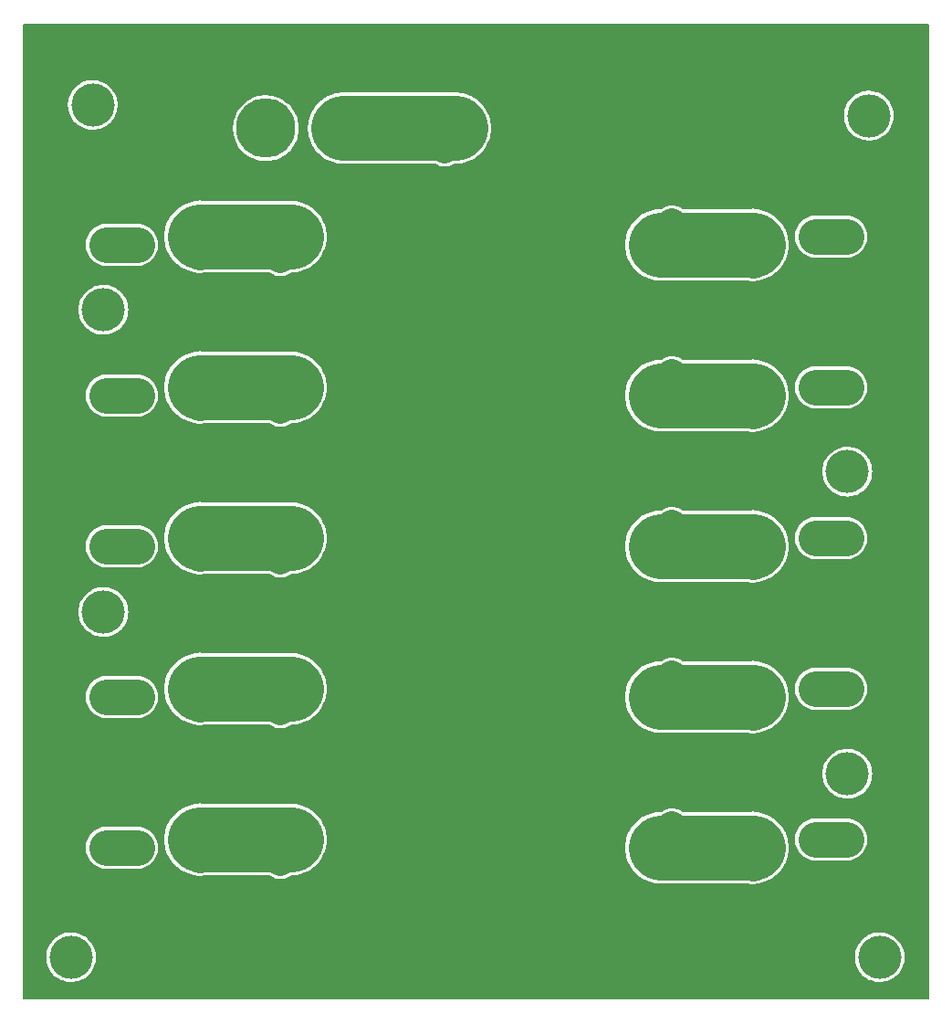
<source format=gbl>
G04 Layer: BottomLayer*
G04 EasyEDA v6.5.5, 2022-06-01 22:09:19*
G04 f343101900314467833159393b3af33e,c96cdaf6a0e44fa3bb1e134f2b5c86cb,10*
G04 Gerber Generator version 0.2*
G04 Scale: 100 percent, Rotated: No, Reflected: No *
G04 Dimensions in millimeters *
G04 leading zeros omitted , absolute positions ,4 integer and 5 decimal *
%FSLAX45Y45*%
%MOMM*%

%ADD14C,5.4991*%
%ADD15C,2.5400*%
%ADD16C,4.0000*%
%ADD17C,3.3020*%
%ADD18C,6.0000*%

%LPD*%
G36*
X60706Y-9093504D02*
G01*
X56794Y-9092692D01*
X53492Y-9090507D01*
X51308Y-9087205D01*
X50546Y-9083344D01*
X50546Y-60706D01*
X51308Y-56794D01*
X53492Y-53492D01*
X56794Y-51308D01*
X60706Y-50546D01*
X8448344Y-50546D01*
X8452205Y-51308D01*
X8455507Y-53492D01*
X8457692Y-56794D01*
X8458504Y-60706D01*
X8458504Y-9083344D01*
X8457692Y-9087205D01*
X8455507Y-9090507D01*
X8452205Y-9092692D01*
X8448344Y-9093504D01*
G37*

%LPC*%
G36*
X8005267Y-8930436D02*
G01*
X8026196Y-8929014D01*
X8046872Y-8925661D01*
X8067243Y-8920480D01*
X8087004Y-8913469D01*
X8106054Y-8904630D01*
X8124190Y-8894165D01*
X8141360Y-8882075D01*
X8157311Y-8868460D01*
X8171992Y-8853474D01*
X8185251Y-8837168D01*
X8196935Y-8819743D01*
X8206994Y-8801354D01*
X8215375Y-8782100D01*
X8221929Y-8762187D01*
X8226704Y-8741765D01*
X8229549Y-8720937D01*
X8230514Y-8700008D01*
X8229549Y-8679027D01*
X8226704Y-8658250D01*
X8221929Y-8637828D01*
X8215375Y-8617864D01*
X8206994Y-8598662D01*
X8196935Y-8580221D01*
X8185251Y-8562848D01*
X8171992Y-8546541D01*
X8157311Y-8531555D01*
X8141360Y-8517940D01*
X8124190Y-8505850D01*
X8106054Y-8495334D01*
X8087004Y-8486546D01*
X8067243Y-8479536D01*
X8046872Y-8474303D01*
X8026196Y-8471001D01*
X8005267Y-8469579D01*
X7984286Y-8470036D01*
X7963408Y-8472424D01*
X7942884Y-8476691D01*
X7922818Y-8482838D01*
X7903362Y-8490712D01*
X7884769Y-8500364D01*
X7867091Y-8511692D01*
X7850479Y-8524544D01*
X7835188Y-8538870D01*
X7821218Y-8554516D01*
X7808722Y-8571382D01*
X7797800Y-8589314D01*
X7788605Y-8608161D01*
X7781137Y-8627770D01*
X7775448Y-8647988D01*
X7771638Y-8668613D01*
X7769758Y-8689492D01*
X7769758Y-8710472D01*
X7771638Y-8731402D01*
X7775448Y-8752027D01*
X7781137Y-8772245D01*
X7788605Y-8791854D01*
X7797800Y-8810650D01*
X7808722Y-8828582D01*
X7821218Y-8845448D01*
X7835188Y-8861094D01*
X7850479Y-8875420D01*
X7867091Y-8888323D01*
X7884769Y-8899601D01*
X7903362Y-8909253D01*
X7922818Y-8917178D01*
X7942884Y-8923324D01*
X7963408Y-8927592D01*
X7984286Y-8929979D01*
G37*
G36*
X505256Y-8930436D02*
G01*
X526186Y-8929014D01*
X546912Y-8925661D01*
X567232Y-8920480D01*
X586994Y-8913469D01*
X606044Y-8904630D01*
X624230Y-8894165D01*
X641350Y-8882075D01*
X657301Y-8868460D01*
X671982Y-8853474D01*
X685241Y-8837168D01*
X696925Y-8819743D01*
X707034Y-8801354D01*
X715365Y-8782100D01*
X721969Y-8762187D01*
X726694Y-8741765D01*
X729538Y-8720937D01*
X730504Y-8700008D01*
X729538Y-8679027D01*
X726694Y-8658250D01*
X721969Y-8637828D01*
X715365Y-8617864D01*
X707034Y-8598662D01*
X696925Y-8580221D01*
X685241Y-8562848D01*
X671982Y-8546541D01*
X657301Y-8531555D01*
X641350Y-8517940D01*
X624230Y-8505850D01*
X606044Y-8495334D01*
X586994Y-8486546D01*
X567232Y-8479536D01*
X546912Y-8474303D01*
X526186Y-8471001D01*
X505256Y-8469579D01*
X484276Y-8470036D01*
X463448Y-8472424D01*
X442874Y-8476691D01*
X422808Y-8482838D01*
X403402Y-8490712D01*
X384759Y-8500364D01*
X367080Y-8511692D01*
X350520Y-8524544D01*
X335178Y-8538870D01*
X321208Y-8554516D01*
X308711Y-8571382D01*
X297789Y-8589314D01*
X288594Y-8608161D01*
X281127Y-8627770D01*
X275437Y-8647988D01*
X271627Y-8668613D01*
X269748Y-8689492D01*
X269748Y-8710472D01*
X271627Y-8731402D01*
X275437Y-8752027D01*
X281127Y-8772245D01*
X288594Y-8791854D01*
X297789Y-8810650D01*
X308711Y-8828582D01*
X321208Y-8845448D01*
X335178Y-8861094D01*
X350520Y-8875420D01*
X367080Y-8888323D01*
X384759Y-8899601D01*
X403402Y-8909253D01*
X422808Y-8917178D01*
X442874Y-8923324D01*
X463448Y-8927592D01*
X484276Y-8929979D01*
G37*
G36*
X6824980Y-8021269D02*
G01*
X6844182Y-8020354D01*
X6863181Y-8017509D01*
X6881774Y-8012887D01*
X6891528Y-8009483D01*
X6900316Y-8007807D01*
X6924700Y-8001101D01*
X6948525Y-7992516D01*
X6971639Y-7982203D01*
X6993890Y-7970062D01*
X7015124Y-7956346D01*
X7035292Y-7940954D01*
X7054189Y-7924139D01*
X7071715Y-7905902D01*
X7087819Y-7886344D01*
X7102398Y-7865668D01*
X7115352Y-7843875D01*
X7126579Y-7821218D01*
X7136028Y-7797698D01*
X7143699Y-7773568D01*
X7149439Y-7748930D01*
X7153300Y-7723886D01*
X7155230Y-7698638D01*
X7155230Y-7673340D01*
X7153300Y-7648092D01*
X7149439Y-7623098D01*
X7143699Y-7598409D01*
X7136028Y-7574280D01*
X7126579Y-7550810D01*
X7115352Y-7528102D01*
X7102398Y-7506360D01*
X7087819Y-7485634D01*
X7071715Y-7466126D01*
X7054189Y-7447889D01*
X7035292Y-7431024D01*
X7015124Y-7415682D01*
X6993890Y-7401915D01*
X6971639Y-7389825D01*
X6948525Y-7379462D01*
X6924700Y-7370927D01*
X6900316Y-7364171D01*
X6890054Y-7362088D01*
X6881774Y-7359142D01*
X6863181Y-7354468D01*
X6844182Y-7351623D01*
X6824980Y-7350709D01*
X6805828Y-7351623D01*
X6786829Y-7354468D01*
X6781495Y-7355484D01*
X6178194Y-7355484D01*
X6174994Y-7354976D01*
X6172047Y-7353401D01*
X6164072Y-7347356D01*
X6149492Y-7338568D01*
X6133998Y-7331405D01*
X6117844Y-7325969D01*
X6101181Y-7322312D01*
X6084214Y-7320432D01*
X6067196Y-7320432D01*
X6050229Y-7322312D01*
X6033566Y-7325969D01*
X6017412Y-7331405D01*
X6001918Y-7338568D01*
X5987338Y-7347356D01*
X5979312Y-7353401D01*
X5976416Y-7354976D01*
X5973165Y-7355484D01*
X5969203Y-7355484D01*
X5943701Y-7356449D01*
X5918555Y-7359396D01*
X5893714Y-7364171D01*
X5869279Y-7370927D01*
X5845454Y-7379462D01*
X5822340Y-7389825D01*
X5800090Y-7401915D01*
X5778855Y-7415682D01*
X5758738Y-7431024D01*
X5739841Y-7447889D01*
X5722264Y-7466126D01*
X5706160Y-7485634D01*
X5691581Y-7506360D01*
X5678678Y-7528102D01*
X5667400Y-7550810D01*
X5657951Y-7574280D01*
X5650331Y-7598409D01*
X5644540Y-7623098D01*
X5640679Y-7648092D01*
X5638749Y-7673340D01*
X5638749Y-7698638D01*
X5640679Y-7723886D01*
X5644540Y-7748930D01*
X5650331Y-7773568D01*
X5657951Y-7797698D01*
X5667400Y-7821218D01*
X5678678Y-7843875D01*
X5691581Y-7865668D01*
X5706160Y-7886344D01*
X5722264Y-7905902D01*
X5739841Y-7924139D01*
X5758738Y-7940954D01*
X5778855Y-7956346D01*
X5800090Y-7970062D01*
X5822340Y-7982203D01*
X5845454Y-7992516D01*
X5869279Y-8001101D01*
X5893714Y-8007807D01*
X5918555Y-8012633D01*
X5943701Y-8015528D01*
X5969203Y-8016494D01*
X6781495Y-8016494D01*
X6786829Y-8017509D01*
X6805828Y-8020354D01*
G37*
G36*
X2434996Y-7975346D02*
G01*
X2452014Y-7975346D01*
X2468981Y-7973517D01*
X2485644Y-7969859D01*
X2501798Y-7964424D01*
X2517292Y-7957261D01*
X2531872Y-7948472D01*
X2540203Y-7942122D01*
X2542895Y-7940649D01*
X2545943Y-7940090D01*
X2565298Y-7939328D01*
X2590444Y-7936433D01*
X2615285Y-7931607D01*
X2639720Y-7924901D01*
X2663545Y-7916316D01*
X2686659Y-7906003D01*
X2708910Y-7893862D01*
X2730144Y-7880146D01*
X2750261Y-7864754D01*
X2769158Y-7847939D01*
X2786735Y-7829702D01*
X2802839Y-7810144D01*
X2817418Y-7789468D01*
X2830322Y-7767675D01*
X2841599Y-7745018D01*
X2851048Y-7721498D01*
X2858668Y-7697368D01*
X2864459Y-7672730D01*
X2868320Y-7647686D01*
X2870250Y-7622438D01*
X2870250Y-7597140D01*
X2868320Y-7571892D01*
X2864459Y-7546898D01*
X2858668Y-7522209D01*
X2851048Y-7498080D01*
X2841599Y-7474610D01*
X2830322Y-7451902D01*
X2817418Y-7430160D01*
X2802839Y-7409434D01*
X2786735Y-7389926D01*
X2769158Y-7371689D01*
X2750261Y-7354824D01*
X2730144Y-7339482D01*
X2708910Y-7325715D01*
X2686659Y-7313625D01*
X2663545Y-7303262D01*
X2639720Y-7294727D01*
X2615285Y-7287971D01*
X2590444Y-7283196D01*
X2565298Y-7280249D01*
X2539796Y-7279284D01*
X1737715Y-7279284D01*
X1732381Y-7278268D01*
X1713382Y-7275423D01*
X1694180Y-7274509D01*
X1675028Y-7275423D01*
X1656029Y-7278268D01*
X1637436Y-7282942D01*
X1627682Y-7286294D01*
X1618894Y-7287971D01*
X1594459Y-7294727D01*
X1570634Y-7303262D01*
X1547571Y-7313625D01*
X1525320Y-7325715D01*
X1504035Y-7339482D01*
X1483918Y-7354824D01*
X1465021Y-7371689D01*
X1447444Y-7389926D01*
X1431340Y-7409434D01*
X1416812Y-7430160D01*
X1403858Y-7451902D01*
X1392631Y-7474610D01*
X1383131Y-7498080D01*
X1375511Y-7522209D01*
X1369771Y-7546898D01*
X1365859Y-7571892D01*
X1363929Y-7597140D01*
X1363929Y-7622438D01*
X1365859Y-7647686D01*
X1369771Y-7672730D01*
X1375511Y-7697368D01*
X1383131Y-7721498D01*
X1392631Y-7745018D01*
X1403858Y-7767675D01*
X1416812Y-7789468D01*
X1431340Y-7810144D01*
X1447444Y-7829702D01*
X1465021Y-7847939D01*
X1483918Y-7864754D01*
X1504035Y-7880146D01*
X1525320Y-7893862D01*
X1547571Y-7906003D01*
X1570634Y-7916316D01*
X1594459Y-7924901D01*
X1618894Y-7931607D01*
X1629156Y-7933690D01*
X1637436Y-7936687D01*
X1656029Y-7941309D01*
X1675028Y-7944154D01*
X1694180Y-7945069D01*
X1713382Y-7944154D01*
X1732381Y-7941309D01*
X1737715Y-7940294D01*
X2340965Y-7940294D01*
X2344216Y-7940852D01*
X2347112Y-7942376D01*
X2355138Y-7948472D01*
X2369718Y-7957261D01*
X2385212Y-7964424D01*
X2401366Y-7969859D01*
X2418029Y-7973517D01*
G37*
G36*
X830834Y-7881620D02*
G01*
X1109726Y-7881620D01*
X1129182Y-7880654D01*
X1148181Y-7877809D01*
X1166774Y-7873187D01*
X1184859Y-7866684D01*
X1202182Y-7858506D01*
X1218641Y-7848650D01*
X1234084Y-7837170D01*
X1248308Y-7824317D01*
X1261211Y-7810093D01*
X1272641Y-7794650D01*
X1282496Y-7778191D01*
X1290726Y-7760868D01*
X1297178Y-7742783D01*
X1301851Y-7724140D01*
X1304645Y-7705191D01*
X1305610Y-7685989D01*
X1304645Y-7666837D01*
X1301851Y-7647838D01*
X1297178Y-7629245D01*
X1290726Y-7611160D01*
X1282496Y-7593787D01*
X1272641Y-7577328D01*
X1261211Y-7561935D01*
X1248308Y-7547711D01*
X1234084Y-7534808D01*
X1218641Y-7523378D01*
X1202182Y-7513523D01*
X1184859Y-7505293D01*
X1166774Y-7498842D01*
X1148181Y-7494168D01*
X1129182Y-7491323D01*
X1109726Y-7490409D01*
X830834Y-7490409D01*
X811428Y-7491323D01*
X792429Y-7494168D01*
X773836Y-7498842D01*
X755751Y-7505293D01*
X738378Y-7513523D01*
X721918Y-7523378D01*
X706526Y-7534808D01*
X692302Y-7547711D01*
X679399Y-7561935D01*
X667969Y-7577328D01*
X658114Y-7593787D01*
X649884Y-7611160D01*
X643432Y-7629245D01*
X638759Y-7647838D01*
X635965Y-7666837D01*
X635000Y-7685989D01*
X635965Y-7705191D01*
X638759Y-7724140D01*
X643432Y-7742783D01*
X649884Y-7760868D01*
X658114Y-7778191D01*
X667969Y-7794650D01*
X679399Y-7810093D01*
X692302Y-7824317D01*
X706526Y-7837170D01*
X721918Y-7848650D01*
X738378Y-7858506D01*
X755751Y-7866684D01*
X773836Y-7873187D01*
X792429Y-7877809D01*
X811428Y-7880654D01*
G37*
G36*
X7409434Y-7805420D02*
G01*
X7688325Y-7805420D01*
X7707782Y-7804454D01*
X7726781Y-7801609D01*
X7745374Y-7796987D01*
X7763459Y-7790484D01*
X7780781Y-7782306D01*
X7797241Y-7772450D01*
X7812684Y-7760970D01*
X7826908Y-7748117D01*
X7839811Y-7733893D01*
X7851241Y-7718450D01*
X7861096Y-7701991D01*
X7869326Y-7684668D01*
X7875778Y-7666583D01*
X7880451Y-7647940D01*
X7883245Y-7628991D01*
X7884210Y-7609789D01*
X7883245Y-7590637D01*
X7880451Y-7571638D01*
X7875778Y-7553045D01*
X7869326Y-7534960D01*
X7861096Y-7517587D01*
X7851241Y-7501128D01*
X7839811Y-7485735D01*
X7826908Y-7471511D01*
X7812684Y-7458608D01*
X7797241Y-7447178D01*
X7780781Y-7437323D01*
X7763459Y-7429093D01*
X7745374Y-7422642D01*
X7726781Y-7417968D01*
X7707782Y-7415123D01*
X7688325Y-7414209D01*
X7409434Y-7414209D01*
X7390028Y-7415123D01*
X7371029Y-7417968D01*
X7352436Y-7422642D01*
X7334351Y-7429093D01*
X7316978Y-7437323D01*
X7300518Y-7447178D01*
X7285126Y-7458608D01*
X7270902Y-7471511D01*
X7257999Y-7485735D01*
X7246569Y-7501128D01*
X7236714Y-7517587D01*
X7228484Y-7534960D01*
X7222032Y-7553045D01*
X7217359Y-7571638D01*
X7214565Y-7590637D01*
X7213600Y-7609789D01*
X7214565Y-7628991D01*
X7217359Y-7647940D01*
X7222032Y-7666583D01*
X7228484Y-7684668D01*
X7236714Y-7701991D01*
X7246569Y-7718450D01*
X7257999Y-7733893D01*
X7270902Y-7748117D01*
X7285126Y-7760970D01*
X7300518Y-7772450D01*
X7316978Y-7782306D01*
X7334351Y-7790484D01*
X7352436Y-7796987D01*
X7371029Y-7801609D01*
X7390028Y-7804454D01*
G37*
G36*
X7705242Y-7230414D02*
G01*
X7726172Y-7228992D01*
X7746898Y-7225690D01*
X7767218Y-7220458D01*
X7786979Y-7213447D01*
X7806029Y-7204659D01*
X7824216Y-7194143D01*
X7841335Y-7182053D01*
X7857337Y-7168438D01*
X7871968Y-7153452D01*
X7885226Y-7137196D01*
X7896961Y-7119772D01*
X7907020Y-7101382D01*
X7915351Y-7082129D01*
X7921955Y-7062165D01*
X7926679Y-7041743D01*
X7929524Y-7020966D01*
X7930489Y-6999986D01*
X7929524Y-6979056D01*
X7926679Y-6958279D01*
X7921955Y-6937806D01*
X7915351Y-6917893D01*
X7907020Y-6898640D01*
X7896961Y-6880250D01*
X7885226Y-6862825D01*
X7871968Y-6846570D01*
X7857337Y-6831533D01*
X7841335Y-6817918D01*
X7824216Y-6805828D01*
X7806029Y-6795363D01*
X7786979Y-6786575D01*
X7767218Y-6779514D01*
X7746898Y-6774332D01*
X7726172Y-6770979D01*
X7705242Y-6769557D01*
X7684262Y-6770065D01*
X7663434Y-6772402D01*
X7642859Y-6776720D01*
X7622794Y-6782816D01*
X7603388Y-6790740D01*
X7584744Y-6800392D01*
X7567066Y-6811670D01*
X7550505Y-6824573D01*
X7535164Y-6838899D01*
X7521194Y-6854545D01*
X7508697Y-6871411D01*
X7497825Y-6889343D01*
X7488580Y-6908190D01*
X7481112Y-6927799D01*
X7475474Y-6947966D01*
X7471664Y-6968591D01*
X7469733Y-6989521D01*
X7469733Y-7010501D01*
X7471664Y-7031380D01*
X7475474Y-7052005D01*
X7481112Y-7072223D01*
X7488580Y-7091832D01*
X7497825Y-7110679D01*
X7508697Y-7128611D01*
X7521194Y-7145477D01*
X7535164Y-7161123D01*
X7550505Y-7175449D01*
X7567066Y-7188301D01*
X7584744Y-7199630D01*
X7603388Y-7209281D01*
X7622794Y-7217206D01*
X7642859Y-7223302D01*
X7663434Y-7227570D01*
X7684262Y-7229957D01*
G37*
G36*
X6824980Y-6624269D02*
G01*
X6844182Y-6623354D01*
X6863181Y-6620509D01*
X6881774Y-6615887D01*
X6891528Y-6612483D01*
X6900316Y-6610807D01*
X6924700Y-6604101D01*
X6948525Y-6595516D01*
X6971639Y-6585203D01*
X6993890Y-6573062D01*
X7015124Y-6559346D01*
X7035292Y-6543954D01*
X7054189Y-6527139D01*
X7071715Y-6508902D01*
X7087819Y-6489344D01*
X7102398Y-6468668D01*
X7115352Y-6446875D01*
X7126579Y-6424218D01*
X7136028Y-6400698D01*
X7143699Y-6376568D01*
X7149439Y-6351930D01*
X7153300Y-6326886D01*
X7155230Y-6301638D01*
X7155230Y-6276340D01*
X7153300Y-6251092D01*
X7149439Y-6226098D01*
X7143699Y-6201410D01*
X7136028Y-6177280D01*
X7126579Y-6153810D01*
X7115352Y-6131102D01*
X7102398Y-6109360D01*
X7087819Y-6088634D01*
X7071715Y-6069126D01*
X7054189Y-6050889D01*
X7035292Y-6034024D01*
X7015124Y-6018682D01*
X6993890Y-6004915D01*
X6971639Y-5992825D01*
X6948525Y-5982462D01*
X6924700Y-5973927D01*
X6900316Y-5967171D01*
X6890054Y-5965088D01*
X6881774Y-5962142D01*
X6863181Y-5957468D01*
X6844182Y-5954623D01*
X6824980Y-5953709D01*
X6805828Y-5954623D01*
X6786829Y-5957468D01*
X6781495Y-5958484D01*
X6178194Y-5958484D01*
X6174994Y-5957976D01*
X6172047Y-5956401D01*
X6164072Y-5950356D01*
X6149492Y-5941568D01*
X6133998Y-5934405D01*
X6117844Y-5928969D01*
X6101181Y-5925312D01*
X6084214Y-5923432D01*
X6067196Y-5923432D01*
X6050229Y-5925312D01*
X6033566Y-5928969D01*
X6017412Y-5934405D01*
X6001918Y-5941568D01*
X5987338Y-5950356D01*
X5979312Y-5956401D01*
X5976416Y-5957976D01*
X5973165Y-5958484D01*
X5969203Y-5958484D01*
X5943701Y-5959449D01*
X5918555Y-5962396D01*
X5893714Y-5967171D01*
X5869279Y-5973927D01*
X5845454Y-5982462D01*
X5822340Y-5992825D01*
X5800090Y-6004915D01*
X5778855Y-6018682D01*
X5758738Y-6034024D01*
X5739841Y-6050889D01*
X5722264Y-6069126D01*
X5706160Y-6088634D01*
X5691581Y-6109360D01*
X5678678Y-6131102D01*
X5667400Y-6153810D01*
X5657951Y-6177280D01*
X5650331Y-6201410D01*
X5644540Y-6226098D01*
X5640679Y-6251092D01*
X5638749Y-6276340D01*
X5638749Y-6301638D01*
X5640679Y-6326886D01*
X5644540Y-6351930D01*
X5650331Y-6376568D01*
X5657951Y-6400698D01*
X5667400Y-6424218D01*
X5678678Y-6446875D01*
X5691581Y-6468668D01*
X5706160Y-6489344D01*
X5722264Y-6508902D01*
X5739841Y-6527139D01*
X5758738Y-6543954D01*
X5778855Y-6559346D01*
X5800090Y-6573062D01*
X5822340Y-6585203D01*
X5845454Y-6595516D01*
X5869279Y-6604101D01*
X5893714Y-6610807D01*
X5918555Y-6615633D01*
X5943701Y-6618528D01*
X5969203Y-6619494D01*
X6781495Y-6619494D01*
X6786829Y-6620509D01*
X6805828Y-6623354D01*
G37*
G36*
X2434996Y-6578346D02*
G01*
X2452014Y-6578346D01*
X2468981Y-6576517D01*
X2485644Y-6572859D01*
X2501798Y-6567424D01*
X2517292Y-6560261D01*
X2531872Y-6551472D01*
X2540203Y-6545122D01*
X2542895Y-6543649D01*
X2545943Y-6543090D01*
X2565298Y-6542328D01*
X2590444Y-6539433D01*
X2615285Y-6534607D01*
X2639720Y-6527901D01*
X2663545Y-6519316D01*
X2686659Y-6509004D01*
X2708910Y-6496862D01*
X2730144Y-6483146D01*
X2750261Y-6467754D01*
X2769158Y-6450939D01*
X2786735Y-6432702D01*
X2802839Y-6413144D01*
X2817418Y-6392468D01*
X2830322Y-6370675D01*
X2841599Y-6348018D01*
X2851048Y-6324498D01*
X2858668Y-6300368D01*
X2864459Y-6275730D01*
X2868320Y-6250686D01*
X2870250Y-6225438D01*
X2870250Y-6200140D01*
X2868320Y-6174892D01*
X2864459Y-6149898D01*
X2858668Y-6125210D01*
X2851048Y-6101080D01*
X2841599Y-6077610D01*
X2830322Y-6054902D01*
X2817418Y-6033160D01*
X2802839Y-6012434D01*
X2786735Y-5992926D01*
X2769158Y-5974689D01*
X2750261Y-5957824D01*
X2730144Y-5942482D01*
X2708910Y-5928715D01*
X2686659Y-5916625D01*
X2663545Y-5906262D01*
X2639720Y-5897727D01*
X2615285Y-5890971D01*
X2590444Y-5886196D01*
X2565298Y-5883249D01*
X2539796Y-5882284D01*
X1737715Y-5882284D01*
X1732381Y-5881268D01*
X1713382Y-5878423D01*
X1694180Y-5877509D01*
X1675028Y-5878423D01*
X1656029Y-5881268D01*
X1637436Y-5885942D01*
X1627682Y-5889294D01*
X1618894Y-5890971D01*
X1594459Y-5897727D01*
X1570634Y-5906262D01*
X1547571Y-5916625D01*
X1525320Y-5928715D01*
X1504035Y-5942482D01*
X1483918Y-5957824D01*
X1465021Y-5974689D01*
X1447444Y-5992926D01*
X1431340Y-6012434D01*
X1416812Y-6033160D01*
X1403858Y-6054902D01*
X1392631Y-6077610D01*
X1383131Y-6101080D01*
X1375511Y-6125210D01*
X1369771Y-6149898D01*
X1365859Y-6174892D01*
X1363929Y-6200140D01*
X1363929Y-6225438D01*
X1365859Y-6250686D01*
X1369771Y-6275730D01*
X1375511Y-6300368D01*
X1383131Y-6324498D01*
X1392631Y-6348018D01*
X1403858Y-6370675D01*
X1416812Y-6392468D01*
X1431340Y-6413144D01*
X1447444Y-6432702D01*
X1465021Y-6450939D01*
X1483918Y-6467754D01*
X1504035Y-6483146D01*
X1525320Y-6496862D01*
X1547571Y-6509004D01*
X1570634Y-6519316D01*
X1594459Y-6527901D01*
X1618894Y-6534607D01*
X1629156Y-6536690D01*
X1637436Y-6539687D01*
X1656029Y-6544309D01*
X1675028Y-6547154D01*
X1694180Y-6548069D01*
X1713382Y-6547154D01*
X1732381Y-6544309D01*
X1737715Y-6543294D01*
X2340965Y-6543294D01*
X2344216Y-6543852D01*
X2347112Y-6545376D01*
X2355138Y-6551472D01*
X2369718Y-6560261D01*
X2385212Y-6567424D01*
X2401366Y-6572859D01*
X2418029Y-6576517D01*
G37*
G36*
X830834Y-6484620D02*
G01*
X1109726Y-6484620D01*
X1129182Y-6483654D01*
X1148181Y-6480810D01*
X1166774Y-6476187D01*
X1184859Y-6469684D01*
X1202182Y-6461506D01*
X1218641Y-6451650D01*
X1234084Y-6440170D01*
X1248308Y-6427317D01*
X1261211Y-6413093D01*
X1272641Y-6397650D01*
X1282496Y-6381191D01*
X1290726Y-6363868D01*
X1297178Y-6345783D01*
X1301851Y-6327140D01*
X1304645Y-6308191D01*
X1305610Y-6288989D01*
X1304645Y-6269837D01*
X1301851Y-6250838D01*
X1297178Y-6232245D01*
X1290726Y-6214160D01*
X1282496Y-6196787D01*
X1272641Y-6180328D01*
X1261211Y-6164935D01*
X1248308Y-6150711D01*
X1234084Y-6137808D01*
X1218641Y-6126378D01*
X1202182Y-6116523D01*
X1184859Y-6108293D01*
X1166774Y-6101842D01*
X1148181Y-6097168D01*
X1129182Y-6094323D01*
X1109726Y-6093409D01*
X830834Y-6093409D01*
X811428Y-6094323D01*
X792429Y-6097168D01*
X773836Y-6101842D01*
X755751Y-6108293D01*
X738378Y-6116523D01*
X721918Y-6126378D01*
X706526Y-6137808D01*
X692302Y-6150711D01*
X679399Y-6164935D01*
X667969Y-6180328D01*
X658114Y-6196787D01*
X649884Y-6214160D01*
X643432Y-6232245D01*
X638759Y-6250838D01*
X635965Y-6269837D01*
X635000Y-6288989D01*
X635965Y-6308191D01*
X638759Y-6327140D01*
X643432Y-6345783D01*
X649884Y-6363868D01*
X658114Y-6381191D01*
X667969Y-6397650D01*
X679399Y-6413093D01*
X692302Y-6427317D01*
X706526Y-6440170D01*
X721918Y-6451650D01*
X738378Y-6461506D01*
X755751Y-6469684D01*
X773836Y-6476187D01*
X792429Y-6480810D01*
X811428Y-6483654D01*
G37*
G36*
X7409434Y-6408420D02*
G01*
X7688325Y-6408420D01*
X7707782Y-6407454D01*
X7726781Y-6404610D01*
X7745374Y-6399987D01*
X7763459Y-6393484D01*
X7780781Y-6385306D01*
X7797241Y-6375450D01*
X7812684Y-6363970D01*
X7826908Y-6351117D01*
X7839811Y-6336893D01*
X7851241Y-6321450D01*
X7861096Y-6304991D01*
X7869326Y-6287668D01*
X7875778Y-6269583D01*
X7880451Y-6250940D01*
X7883245Y-6231991D01*
X7884210Y-6212789D01*
X7883245Y-6193637D01*
X7880451Y-6174638D01*
X7875778Y-6156045D01*
X7869326Y-6137960D01*
X7861096Y-6120587D01*
X7851241Y-6104128D01*
X7839811Y-6088735D01*
X7826908Y-6074511D01*
X7812684Y-6061608D01*
X7797241Y-6050178D01*
X7780781Y-6040323D01*
X7763459Y-6032093D01*
X7745374Y-6025642D01*
X7726781Y-6020968D01*
X7707782Y-6018123D01*
X7688325Y-6017209D01*
X7409434Y-6017209D01*
X7390028Y-6018123D01*
X7371029Y-6020968D01*
X7352436Y-6025642D01*
X7334351Y-6032093D01*
X7316978Y-6040323D01*
X7300518Y-6050178D01*
X7285126Y-6061608D01*
X7270902Y-6074511D01*
X7257999Y-6088735D01*
X7246569Y-6104128D01*
X7236714Y-6120587D01*
X7228484Y-6137960D01*
X7222032Y-6156045D01*
X7217359Y-6174638D01*
X7214565Y-6193637D01*
X7213600Y-6212789D01*
X7214565Y-6231991D01*
X7217359Y-6250940D01*
X7222032Y-6269583D01*
X7228484Y-6287668D01*
X7236714Y-6304991D01*
X7246569Y-6321450D01*
X7257999Y-6336893D01*
X7270902Y-6351117D01*
X7285126Y-6363970D01*
X7300518Y-6375450D01*
X7316978Y-6385306D01*
X7334351Y-6393484D01*
X7352436Y-6399987D01*
X7371029Y-6404610D01*
X7390028Y-6407454D01*
G37*
G36*
X805230Y-5730443D02*
G01*
X826160Y-5729020D01*
X846886Y-5725668D01*
X867206Y-5720486D01*
X887018Y-5713425D01*
X906068Y-5704636D01*
X924204Y-5694172D01*
X941374Y-5682081D01*
X957326Y-5668467D01*
X972007Y-5653430D01*
X985215Y-5637174D01*
X996950Y-5619750D01*
X1007008Y-5601360D01*
X1015390Y-5582107D01*
X1021943Y-5562193D01*
X1026668Y-5541721D01*
X1029563Y-5520944D01*
X1030478Y-5500014D01*
X1029563Y-5479034D01*
X1026668Y-5458256D01*
X1021943Y-5437835D01*
X1015390Y-5417870D01*
X1007008Y-5398617D01*
X996950Y-5380228D01*
X985215Y-5362803D01*
X972007Y-5346547D01*
X957326Y-5331561D01*
X941374Y-5317947D01*
X924204Y-5305856D01*
X906068Y-5295341D01*
X887018Y-5286552D01*
X867206Y-5279542D01*
X846886Y-5274310D01*
X826160Y-5271008D01*
X805230Y-5269585D01*
X784250Y-5270042D01*
X763422Y-5272430D01*
X742899Y-5276697D01*
X722833Y-5282793D01*
X703376Y-5290718D01*
X684733Y-5300370D01*
X667054Y-5311698D01*
X650494Y-5324551D01*
X635152Y-5338876D01*
X621182Y-5354523D01*
X608736Y-5371388D01*
X597814Y-5389321D01*
X588568Y-5408168D01*
X581101Y-5427776D01*
X575462Y-5447995D01*
X571652Y-5468620D01*
X569722Y-5489498D01*
X569722Y-5510479D01*
X571652Y-5531408D01*
X575462Y-5552033D01*
X581101Y-5572201D01*
X588568Y-5591810D01*
X597814Y-5610656D01*
X608736Y-5628589D01*
X621182Y-5645454D01*
X635152Y-5661101D01*
X650494Y-5675426D01*
X667054Y-5688330D01*
X684733Y-5699607D01*
X703376Y-5709259D01*
X722833Y-5717184D01*
X742899Y-5723280D01*
X763422Y-5727598D01*
X784250Y-5729935D01*
G37*
G36*
X6824980Y-5227269D02*
G01*
X6844182Y-5226354D01*
X6863181Y-5223510D01*
X6881774Y-5218887D01*
X6891528Y-5215483D01*
X6900316Y-5213807D01*
X6924700Y-5207101D01*
X6948525Y-5198516D01*
X6971639Y-5188204D01*
X6993890Y-5176062D01*
X7015124Y-5162346D01*
X7035292Y-5146954D01*
X7054189Y-5130139D01*
X7071715Y-5111902D01*
X7087819Y-5092344D01*
X7102398Y-5071668D01*
X7115352Y-5049875D01*
X7126579Y-5027218D01*
X7136028Y-5003698D01*
X7143699Y-4979568D01*
X7149439Y-4954930D01*
X7153300Y-4929886D01*
X7155230Y-4904638D01*
X7155230Y-4879340D01*
X7153300Y-4854092D01*
X7149439Y-4829098D01*
X7143699Y-4804410D01*
X7136028Y-4780280D01*
X7126579Y-4756810D01*
X7115352Y-4734102D01*
X7102398Y-4712360D01*
X7087819Y-4691634D01*
X7071715Y-4672126D01*
X7054189Y-4653889D01*
X7035292Y-4637024D01*
X7015124Y-4621682D01*
X6993890Y-4607915D01*
X6971639Y-4595825D01*
X6948525Y-4585462D01*
X6924700Y-4576927D01*
X6900316Y-4570171D01*
X6890054Y-4568088D01*
X6881774Y-4565142D01*
X6863181Y-4560468D01*
X6844182Y-4557623D01*
X6824980Y-4556709D01*
X6805828Y-4557623D01*
X6786829Y-4560468D01*
X6781495Y-4561484D01*
X6178194Y-4561484D01*
X6174994Y-4560976D01*
X6172047Y-4559401D01*
X6164072Y-4553356D01*
X6149492Y-4544568D01*
X6133998Y-4537405D01*
X6117844Y-4531969D01*
X6101181Y-4528312D01*
X6084214Y-4526432D01*
X6067196Y-4526432D01*
X6050229Y-4528312D01*
X6033566Y-4531969D01*
X6017412Y-4537405D01*
X6001918Y-4544568D01*
X5987338Y-4553356D01*
X5979312Y-4559401D01*
X5976416Y-4560976D01*
X5973165Y-4561484D01*
X5969203Y-4561484D01*
X5943701Y-4562449D01*
X5918555Y-4565396D01*
X5893714Y-4570171D01*
X5869279Y-4576927D01*
X5845454Y-4585462D01*
X5822340Y-4595825D01*
X5800090Y-4607915D01*
X5778855Y-4621682D01*
X5758738Y-4637024D01*
X5739841Y-4653889D01*
X5722264Y-4672126D01*
X5706160Y-4691634D01*
X5691581Y-4712360D01*
X5678678Y-4734102D01*
X5667400Y-4756810D01*
X5657951Y-4780280D01*
X5650331Y-4804410D01*
X5644540Y-4829098D01*
X5640679Y-4854092D01*
X5638749Y-4879340D01*
X5638749Y-4904638D01*
X5640679Y-4929886D01*
X5644540Y-4954930D01*
X5650331Y-4979568D01*
X5657951Y-5003698D01*
X5667400Y-5027218D01*
X5678678Y-5049875D01*
X5691581Y-5071668D01*
X5706160Y-5092344D01*
X5722264Y-5111902D01*
X5739841Y-5130139D01*
X5758738Y-5146954D01*
X5778855Y-5162346D01*
X5800090Y-5176062D01*
X5822340Y-5188204D01*
X5845454Y-5198516D01*
X5869279Y-5207101D01*
X5893714Y-5213807D01*
X5918555Y-5218633D01*
X5943701Y-5221528D01*
X5969203Y-5222494D01*
X6781495Y-5222494D01*
X6786829Y-5223510D01*
X6805828Y-5226354D01*
G37*
G36*
X2434996Y-5181346D02*
G01*
X2452014Y-5181346D01*
X2468981Y-5179517D01*
X2485644Y-5175859D01*
X2501798Y-5170424D01*
X2517292Y-5163261D01*
X2531872Y-5154472D01*
X2540203Y-5148122D01*
X2542895Y-5146649D01*
X2545943Y-5146090D01*
X2565298Y-5145328D01*
X2590444Y-5142433D01*
X2615285Y-5137607D01*
X2639720Y-5130901D01*
X2663545Y-5122316D01*
X2686659Y-5112004D01*
X2708910Y-5099862D01*
X2730144Y-5086146D01*
X2750261Y-5070754D01*
X2769158Y-5053939D01*
X2786735Y-5035702D01*
X2802839Y-5016144D01*
X2817418Y-4995468D01*
X2830322Y-4973675D01*
X2841599Y-4951018D01*
X2851048Y-4927498D01*
X2858668Y-4903368D01*
X2864459Y-4878730D01*
X2868320Y-4853686D01*
X2870250Y-4828438D01*
X2870250Y-4803140D01*
X2868320Y-4777892D01*
X2864459Y-4752898D01*
X2858668Y-4728210D01*
X2851048Y-4704080D01*
X2841599Y-4680610D01*
X2830322Y-4657902D01*
X2817418Y-4636160D01*
X2802839Y-4615434D01*
X2786735Y-4595926D01*
X2769158Y-4577689D01*
X2750261Y-4560824D01*
X2730144Y-4545482D01*
X2708910Y-4531715D01*
X2686659Y-4519625D01*
X2663545Y-4509262D01*
X2639720Y-4500727D01*
X2615285Y-4493971D01*
X2590444Y-4489196D01*
X2565298Y-4486249D01*
X2539796Y-4485284D01*
X1737715Y-4485284D01*
X1732381Y-4484268D01*
X1713382Y-4481423D01*
X1694180Y-4480509D01*
X1675028Y-4481423D01*
X1656029Y-4484268D01*
X1637436Y-4488942D01*
X1627682Y-4492294D01*
X1618894Y-4493971D01*
X1594459Y-4500727D01*
X1570634Y-4509262D01*
X1547571Y-4519625D01*
X1525320Y-4531715D01*
X1504035Y-4545482D01*
X1483918Y-4560824D01*
X1465021Y-4577689D01*
X1447444Y-4595926D01*
X1431340Y-4615434D01*
X1416812Y-4636160D01*
X1403858Y-4657902D01*
X1392631Y-4680610D01*
X1383131Y-4704080D01*
X1375511Y-4728210D01*
X1369771Y-4752898D01*
X1365859Y-4777892D01*
X1363929Y-4803140D01*
X1363929Y-4828438D01*
X1365859Y-4853686D01*
X1369771Y-4878730D01*
X1375511Y-4903368D01*
X1383131Y-4927498D01*
X1392631Y-4951018D01*
X1403858Y-4973675D01*
X1416812Y-4995468D01*
X1431340Y-5016144D01*
X1447444Y-5035702D01*
X1465021Y-5053939D01*
X1483918Y-5070754D01*
X1504035Y-5086146D01*
X1525320Y-5099862D01*
X1547571Y-5112004D01*
X1570634Y-5122316D01*
X1594459Y-5130901D01*
X1618894Y-5137607D01*
X1629156Y-5139690D01*
X1637436Y-5142687D01*
X1656029Y-5147310D01*
X1675028Y-5150154D01*
X1694180Y-5151069D01*
X1713382Y-5150154D01*
X1732381Y-5147310D01*
X1737715Y-5146294D01*
X2340965Y-5146294D01*
X2344216Y-5146852D01*
X2347112Y-5148376D01*
X2355138Y-5154472D01*
X2369718Y-5163261D01*
X2385212Y-5170424D01*
X2401366Y-5175859D01*
X2418029Y-5179517D01*
G37*
G36*
X830834Y-5087620D02*
G01*
X1109726Y-5087620D01*
X1129182Y-5086654D01*
X1148181Y-5083810D01*
X1166774Y-5079187D01*
X1184859Y-5072684D01*
X1202182Y-5064506D01*
X1218641Y-5054650D01*
X1234084Y-5043170D01*
X1248308Y-5030317D01*
X1261211Y-5016093D01*
X1272641Y-5000650D01*
X1282496Y-4984191D01*
X1290726Y-4966868D01*
X1297178Y-4948783D01*
X1301851Y-4930140D01*
X1304645Y-4911191D01*
X1305610Y-4891989D01*
X1304645Y-4872837D01*
X1301851Y-4853838D01*
X1297178Y-4835245D01*
X1290726Y-4817160D01*
X1282496Y-4799787D01*
X1272641Y-4783328D01*
X1261211Y-4767935D01*
X1248308Y-4753711D01*
X1234084Y-4740808D01*
X1218641Y-4729378D01*
X1202182Y-4719523D01*
X1184859Y-4711293D01*
X1166774Y-4704842D01*
X1148181Y-4700168D01*
X1129182Y-4697323D01*
X1109726Y-4696409D01*
X830834Y-4696409D01*
X811428Y-4697323D01*
X792429Y-4700168D01*
X773836Y-4704842D01*
X755751Y-4711293D01*
X738378Y-4719523D01*
X721918Y-4729378D01*
X706526Y-4740808D01*
X692302Y-4753711D01*
X679399Y-4767935D01*
X667969Y-4783328D01*
X658114Y-4799787D01*
X649884Y-4817160D01*
X643432Y-4835245D01*
X638759Y-4853838D01*
X635965Y-4872837D01*
X635000Y-4891989D01*
X635965Y-4911191D01*
X638759Y-4930140D01*
X643432Y-4948783D01*
X649884Y-4966868D01*
X658114Y-4984191D01*
X667969Y-5000650D01*
X679399Y-5016093D01*
X692302Y-5030317D01*
X706526Y-5043170D01*
X721918Y-5054650D01*
X738378Y-5064506D01*
X755751Y-5072684D01*
X773836Y-5079187D01*
X792429Y-5083810D01*
X811428Y-5086654D01*
G37*
G36*
X7409434Y-5011420D02*
G01*
X7688325Y-5011420D01*
X7707782Y-5010454D01*
X7726781Y-5007610D01*
X7745374Y-5002987D01*
X7763459Y-4996484D01*
X7780781Y-4988306D01*
X7797241Y-4978450D01*
X7812684Y-4966970D01*
X7826908Y-4954117D01*
X7839811Y-4939893D01*
X7851241Y-4924450D01*
X7861096Y-4907991D01*
X7869326Y-4890668D01*
X7875778Y-4872583D01*
X7880451Y-4853940D01*
X7883245Y-4834991D01*
X7884210Y-4815789D01*
X7883245Y-4796637D01*
X7880451Y-4777638D01*
X7875778Y-4759045D01*
X7869326Y-4740960D01*
X7861096Y-4723587D01*
X7851241Y-4707128D01*
X7839811Y-4691735D01*
X7826908Y-4677511D01*
X7812684Y-4664608D01*
X7797241Y-4653178D01*
X7780781Y-4643323D01*
X7763459Y-4635093D01*
X7745374Y-4628642D01*
X7726781Y-4623968D01*
X7707782Y-4621123D01*
X7688325Y-4620209D01*
X7409434Y-4620209D01*
X7390028Y-4621123D01*
X7371029Y-4623968D01*
X7352436Y-4628642D01*
X7334351Y-4635093D01*
X7316978Y-4643323D01*
X7300518Y-4653178D01*
X7285126Y-4664608D01*
X7270902Y-4677511D01*
X7257999Y-4691735D01*
X7246569Y-4707128D01*
X7236714Y-4723587D01*
X7228484Y-4740960D01*
X7222032Y-4759045D01*
X7217359Y-4777638D01*
X7214565Y-4796637D01*
X7213600Y-4815789D01*
X7214565Y-4834991D01*
X7217359Y-4853940D01*
X7222032Y-4872583D01*
X7228484Y-4890668D01*
X7236714Y-4907991D01*
X7246569Y-4924450D01*
X7257999Y-4939893D01*
X7270902Y-4954117D01*
X7285126Y-4966970D01*
X7300518Y-4978450D01*
X7316978Y-4988306D01*
X7334351Y-4996484D01*
X7352436Y-5002987D01*
X7371029Y-5007610D01*
X7390028Y-5010454D01*
G37*
G36*
X7705242Y-4430420D02*
G01*
X7726172Y-4428998D01*
X7746898Y-4425696D01*
X7767218Y-4420463D01*
X7786979Y-4413453D01*
X7806029Y-4404664D01*
X7824216Y-4394149D01*
X7841335Y-4382058D01*
X7857337Y-4368444D01*
X7871968Y-4353458D01*
X7885226Y-4337151D01*
X7896961Y-4319778D01*
X7907020Y-4301337D01*
X7915351Y-4282135D01*
X7921955Y-4262170D01*
X7926679Y-4241749D01*
X7929524Y-4220972D01*
X7930489Y-4199991D01*
X7929524Y-4179062D01*
X7926679Y-4158234D01*
X7921955Y-4137812D01*
X7915351Y-4117898D01*
X7907020Y-4098645D01*
X7896961Y-4080256D01*
X7885226Y-4062831D01*
X7871968Y-4046524D01*
X7857337Y-4031538D01*
X7841335Y-4017924D01*
X7824216Y-4005834D01*
X7806029Y-3995369D01*
X7786979Y-3986529D01*
X7767218Y-3979519D01*
X7746898Y-3974337D01*
X7726172Y-3970985D01*
X7705242Y-3969562D01*
X7684262Y-3970020D01*
X7663434Y-3972407D01*
X7642859Y-3976674D01*
X7622794Y-3982821D01*
X7603388Y-3990746D01*
X7584744Y-4000398D01*
X7567066Y-4011676D01*
X7550505Y-4024579D01*
X7535164Y-4038904D01*
X7521194Y-4054551D01*
X7508697Y-4071416D01*
X7497825Y-4089349D01*
X7488580Y-4108145D01*
X7481112Y-4127754D01*
X7475474Y-4147972D01*
X7471664Y-4168597D01*
X7469733Y-4189526D01*
X7469733Y-4210507D01*
X7471664Y-4231386D01*
X7475474Y-4252010D01*
X7481112Y-4272229D01*
X7488580Y-4291838D01*
X7497825Y-4310684D01*
X7508697Y-4328617D01*
X7521194Y-4345482D01*
X7535164Y-4361129D01*
X7550505Y-4375454D01*
X7567066Y-4388307D01*
X7584744Y-4399635D01*
X7603388Y-4409287D01*
X7622794Y-4417161D01*
X7642859Y-4423308D01*
X7663434Y-4427575D01*
X7684262Y-4429963D01*
G37*
G36*
X6824980Y-3830269D02*
G01*
X6844182Y-3829354D01*
X6863181Y-3826510D01*
X6881774Y-3821887D01*
X6891528Y-3818483D01*
X6900316Y-3816807D01*
X6924700Y-3810101D01*
X6948525Y-3801516D01*
X6971639Y-3791204D01*
X6993890Y-3779062D01*
X7015124Y-3765346D01*
X7035292Y-3749954D01*
X7054189Y-3733139D01*
X7071715Y-3714902D01*
X7087819Y-3695344D01*
X7102398Y-3674668D01*
X7115352Y-3652875D01*
X7126579Y-3630218D01*
X7136028Y-3606698D01*
X7143699Y-3582568D01*
X7149439Y-3557930D01*
X7153300Y-3532886D01*
X7155230Y-3507638D01*
X7155230Y-3482340D01*
X7153300Y-3457092D01*
X7149439Y-3432098D01*
X7143699Y-3407410D01*
X7136028Y-3383279D01*
X7126579Y-3359810D01*
X7115352Y-3337102D01*
X7102398Y-3315360D01*
X7087819Y-3294634D01*
X7071715Y-3275126D01*
X7054189Y-3256889D01*
X7035292Y-3240024D01*
X7015124Y-3224682D01*
X6993890Y-3210915D01*
X6971639Y-3198825D01*
X6948525Y-3188462D01*
X6924700Y-3179927D01*
X6900316Y-3173171D01*
X6890054Y-3171088D01*
X6881774Y-3168142D01*
X6863181Y-3163468D01*
X6844182Y-3160623D01*
X6824980Y-3159709D01*
X6805828Y-3160623D01*
X6786829Y-3163468D01*
X6781495Y-3164484D01*
X6178194Y-3164484D01*
X6174994Y-3163976D01*
X6172047Y-3162401D01*
X6164072Y-3156356D01*
X6149492Y-3147568D01*
X6133998Y-3140405D01*
X6117844Y-3134969D01*
X6101181Y-3131312D01*
X6084214Y-3129432D01*
X6067196Y-3129432D01*
X6050229Y-3131312D01*
X6033566Y-3134969D01*
X6017412Y-3140405D01*
X6001918Y-3147568D01*
X5987338Y-3156356D01*
X5979312Y-3162401D01*
X5976416Y-3163976D01*
X5973165Y-3164484D01*
X5969203Y-3164484D01*
X5943701Y-3165449D01*
X5918555Y-3168396D01*
X5893714Y-3173171D01*
X5869279Y-3179927D01*
X5845454Y-3188462D01*
X5822340Y-3198825D01*
X5800090Y-3210915D01*
X5778855Y-3224682D01*
X5758738Y-3240024D01*
X5739841Y-3256889D01*
X5722264Y-3275126D01*
X5706160Y-3294634D01*
X5691581Y-3315360D01*
X5678678Y-3337102D01*
X5667400Y-3359810D01*
X5657951Y-3383279D01*
X5650331Y-3407410D01*
X5644540Y-3432098D01*
X5640679Y-3457092D01*
X5638749Y-3482340D01*
X5638749Y-3507638D01*
X5640679Y-3532886D01*
X5644540Y-3557930D01*
X5650331Y-3582568D01*
X5657951Y-3606698D01*
X5667400Y-3630218D01*
X5678678Y-3652875D01*
X5691581Y-3674668D01*
X5706160Y-3695344D01*
X5722264Y-3714902D01*
X5739841Y-3733139D01*
X5758738Y-3749954D01*
X5778855Y-3765346D01*
X5800090Y-3779062D01*
X5822340Y-3791204D01*
X5845454Y-3801516D01*
X5869279Y-3810101D01*
X5893714Y-3816807D01*
X5918555Y-3821633D01*
X5943701Y-3824528D01*
X5969203Y-3825494D01*
X6781495Y-3825494D01*
X6786829Y-3826510D01*
X6805828Y-3829354D01*
G37*
G36*
X2434996Y-3784346D02*
G01*
X2452014Y-3784346D01*
X2468981Y-3782517D01*
X2485644Y-3778859D01*
X2501798Y-3773424D01*
X2517292Y-3766261D01*
X2531872Y-3757472D01*
X2540203Y-3751122D01*
X2542895Y-3749649D01*
X2545943Y-3749090D01*
X2565298Y-3748328D01*
X2590444Y-3745433D01*
X2615285Y-3740607D01*
X2639720Y-3733901D01*
X2663545Y-3725316D01*
X2686659Y-3715004D01*
X2708910Y-3702862D01*
X2730144Y-3689146D01*
X2750261Y-3673754D01*
X2769158Y-3656939D01*
X2786735Y-3638702D01*
X2802839Y-3619144D01*
X2817418Y-3598468D01*
X2830322Y-3576675D01*
X2841599Y-3554018D01*
X2851048Y-3530498D01*
X2858668Y-3506368D01*
X2864459Y-3481730D01*
X2868320Y-3456686D01*
X2870250Y-3431438D01*
X2870250Y-3406140D01*
X2868320Y-3380892D01*
X2864459Y-3355898D01*
X2858668Y-3331210D01*
X2851048Y-3307079D01*
X2841599Y-3283610D01*
X2830322Y-3260902D01*
X2817418Y-3239160D01*
X2802839Y-3218434D01*
X2786735Y-3198926D01*
X2769158Y-3180689D01*
X2750261Y-3163824D01*
X2730144Y-3148482D01*
X2708910Y-3134715D01*
X2686659Y-3122625D01*
X2663545Y-3112262D01*
X2639720Y-3103727D01*
X2615285Y-3096971D01*
X2590444Y-3092196D01*
X2565298Y-3089249D01*
X2539796Y-3088284D01*
X1737715Y-3088284D01*
X1732381Y-3087268D01*
X1713382Y-3084423D01*
X1694180Y-3083509D01*
X1675028Y-3084423D01*
X1656029Y-3087268D01*
X1637436Y-3091942D01*
X1627682Y-3095294D01*
X1618894Y-3096971D01*
X1594459Y-3103727D01*
X1570634Y-3112262D01*
X1547571Y-3122625D01*
X1525320Y-3134715D01*
X1504035Y-3148482D01*
X1483918Y-3163824D01*
X1465021Y-3180689D01*
X1447444Y-3198926D01*
X1431340Y-3218434D01*
X1416812Y-3239160D01*
X1403858Y-3260902D01*
X1392631Y-3283610D01*
X1383131Y-3307079D01*
X1375511Y-3331210D01*
X1369771Y-3355898D01*
X1365859Y-3380892D01*
X1363929Y-3406140D01*
X1363929Y-3431438D01*
X1365859Y-3456686D01*
X1369771Y-3481730D01*
X1375511Y-3506368D01*
X1383131Y-3530498D01*
X1392631Y-3554018D01*
X1403858Y-3576675D01*
X1416812Y-3598468D01*
X1431340Y-3619144D01*
X1447444Y-3638702D01*
X1465021Y-3656939D01*
X1483918Y-3673754D01*
X1504035Y-3689146D01*
X1525320Y-3702862D01*
X1547571Y-3715004D01*
X1570634Y-3725316D01*
X1594459Y-3733901D01*
X1618894Y-3740607D01*
X1629156Y-3742690D01*
X1637436Y-3745687D01*
X1656029Y-3750310D01*
X1675028Y-3753154D01*
X1694180Y-3754069D01*
X1713382Y-3753154D01*
X1732381Y-3750310D01*
X1737715Y-3749294D01*
X2340965Y-3749294D01*
X2344216Y-3749852D01*
X2347112Y-3751376D01*
X2355138Y-3757472D01*
X2369718Y-3766261D01*
X2385212Y-3773424D01*
X2401366Y-3778859D01*
X2418029Y-3782517D01*
G37*
G36*
X830834Y-3690620D02*
G01*
X1109726Y-3690620D01*
X1129182Y-3689654D01*
X1148181Y-3686810D01*
X1166774Y-3682187D01*
X1184859Y-3675684D01*
X1202182Y-3667506D01*
X1218641Y-3657650D01*
X1234084Y-3646170D01*
X1248308Y-3633317D01*
X1261211Y-3619093D01*
X1272641Y-3603650D01*
X1282496Y-3587191D01*
X1290726Y-3569868D01*
X1297178Y-3551783D01*
X1301851Y-3533140D01*
X1304645Y-3514191D01*
X1305610Y-3494989D01*
X1304645Y-3475837D01*
X1301851Y-3456838D01*
X1297178Y-3438245D01*
X1290726Y-3420160D01*
X1282496Y-3402787D01*
X1272641Y-3386328D01*
X1261211Y-3370935D01*
X1248308Y-3356711D01*
X1234084Y-3343808D01*
X1218641Y-3332378D01*
X1202182Y-3322523D01*
X1184859Y-3314293D01*
X1166774Y-3307842D01*
X1148181Y-3303168D01*
X1129182Y-3300323D01*
X1109726Y-3299409D01*
X830834Y-3299409D01*
X811428Y-3300323D01*
X792429Y-3303168D01*
X773836Y-3307842D01*
X755751Y-3314293D01*
X738378Y-3322523D01*
X721918Y-3332378D01*
X706526Y-3343808D01*
X692302Y-3356711D01*
X679399Y-3370935D01*
X667969Y-3386328D01*
X658114Y-3402787D01*
X649884Y-3420160D01*
X643432Y-3438245D01*
X638759Y-3456838D01*
X635965Y-3475837D01*
X635000Y-3494989D01*
X635965Y-3514191D01*
X638759Y-3533140D01*
X643432Y-3551783D01*
X649884Y-3569868D01*
X658114Y-3587191D01*
X667969Y-3603650D01*
X679399Y-3619093D01*
X692302Y-3633317D01*
X706526Y-3646170D01*
X721918Y-3657650D01*
X738378Y-3667506D01*
X755751Y-3675684D01*
X773836Y-3682187D01*
X792429Y-3686810D01*
X811428Y-3689654D01*
G37*
G36*
X7409434Y-3614420D02*
G01*
X7688325Y-3614420D01*
X7707782Y-3613454D01*
X7726781Y-3610610D01*
X7745374Y-3605987D01*
X7763459Y-3599484D01*
X7780781Y-3591306D01*
X7797241Y-3581450D01*
X7812684Y-3569970D01*
X7826908Y-3557117D01*
X7839811Y-3542893D01*
X7851241Y-3527450D01*
X7861096Y-3510991D01*
X7869326Y-3493668D01*
X7875778Y-3475583D01*
X7880451Y-3456940D01*
X7883245Y-3437991D01*
X7884210Y-3418789D01*
X7883245Y-3399637D01*
X7880451Y-3380638D01*
X7875778Y-3362045D01*
X7869326Y-3343960D01*
X7861096Y-3326587D01*
X7851241Y-3310128D01*
X7839811Y-3294735D01*
X7826908Y-3280511D01*
X7812684Y-3267608D01*
X7797241Y-3256178D01*
X7780781Y-3246323D01*
X7763459Y-3238093D01*
X7745374Y-3231642D01*
X7726781Y-3226968D01*
X7707782Y-3224123D01*
X7688325Y-3223209D01*
X7409434Y-3223209D01*
X7390028Y-3224123D01*
X7371029Y-3226968D01*
X7352436Y-3231642D01*
X7334351Y-3238093D01*
X7316978Y-3246323D01*
X7300518Y-3256178D01*
X7285126Y-3267608D01*
X7270902Y-3280511D01*
X7257999Y-3294735D01*
X7246569Y-3310128D01*
X7236714Y-3326587D01*
X7228484Y-3343960D01*
X7222032Y-3362045D01*
X7217359Y-3380638D01*
X7214565Y-3399637D01*
X7213600Y-3418789D01*
X7214565Y-3437991D01*
X7217359Y-3456940D01*
X7222032Y-3475583D01*
X7228484Y-3493668D01*
X7236714Y-3510991D01*
X7246569Y-3527450D01*
X7257999Y-3542893D01*
X7270902Y-3557117D01*
X7285126Y-3569970D01*
X7300518Y-3581450D01*
X7316978Y-3591306D01*
X7334351Y-3599484D01*
X7352436Y-3605987D01*
X7371029Y-3610610D01*
X7390028Y-3613454D01*
G37*
G36*
X805230Y-2930448D02*
G01*
X826160Y-2929026D01*
X846886Y-2925673D01*
X867206Y-2920492D01*
X887018Y-2913430D01*
X906068Y-2904642D01*
X924204Y-2894177D01*
X941374Y-2882087D01*
X957326Y-2868472D01*
X972007Y-2853436D01*
X985215Y-2837180D01*
X996950Y-2819755D01*
X1007008Y-2801366D01*
X1015390Y-2782112D01*
X1021943Y-2762199D01*
X1026668Y-2741726D01*
X1029563Y-2720949D01*
X1030478Y-2700020D01*
X1029563Y-2679039D01*
X1026668Y-2658262D01*
X1021943Y-2637790D01*
X1015390Y-2617876D01*
X1007008Y-2598623D01*
X996950Y-2580233D01*
X985215Y-2562809D01*
X972007Y-2546553D01*
X957326Y-2531567D01*
X941374Y-2517952D01*
X924204Y-2505862D01*
X906068Y-2495346D01*
X887018Y-2486558D01*
X867206Y-2479548D01*
X846886Y-2474315D01*
X826160Y-2471013D01*
X805230Y-2469540D01*
X784250Y-2470048D01*
X763422Y-2472436D01*
X742899Y-2476703D01*
X722833Y-2482799D01*
X703376Y-2490724D01*
X684733Y-2500376D01*
X667054Y-2511704D01*
X650494Y-2524556D01*
X635152Y-2538882D01*
X621182Y-2554528D01*
X608736Y-2571394D01*
X597814Y-2589326D01*
X588568Y-2608173D01*
X581101Y-2627782D01*
X575462Y-2648000D01*
X571652Y-2668625D01*
X569722Y-2689504D01*
X569722Y-2710484D01*
X571652Y-2731363D01*
X575462Y-2752039D01*
X581101Y-2772206D01*
X588568Y-2791815D01*
X597814Y-2810662D01*
X608736Y-2828594D01*
X621182Y-2845460D01*
X635152Y-2861106D01*
X650494Y-2875432D01*
X667054Y-2888284D01*
X684733Y-2899613D01*
X703376Y-2909265D01*
X722833Y-2917190D01*
X742899Y-2923286D01*
X763422Y-2927553D01*
X784250Y-2929940D01*
G37*
G36*
X6824980Y-2433269D02*
G01*
X6844182Y-2432354D01*
X6863181Y-2429510D01*
X6881774Y-2424887D01*
X6891528Y-2421483D01*
X6900316Y-2419807D01*
X6924700Y-2413101D01*
X6948525Y-2404516D01*
X6971639Y-2394204D01*
X6993890Y-2382062D01*
X7015124Y-2368346D01*
X7035292Y-2352954D01*
X7054189Y-2336139D01*
X7071715Y-2317902D01*
X7087819Y-2298344D01*
X7102398Y-2277668D01*
X7115352Y-2255875D01*
X7126579Y-2233218D01*
X7136028Y-2209698D01*
X7143699Y-2185568D01*
X7149439Y-2160930D01*
X7153300Y-2135886D01*
X7155230Y-2110638D01*
X7155230Y-2085339D01*
X7153300Y-2060092D01*
X7149439Y-2035098D01*
X7143699Y-2010410D01*
X7136028Y-1986280D01*
X7126579Y-1962810D01*
X7115352Y-1940102D01*
X7102398Y-1918360D01*
X7087819Y-1897634D01*
X7071715Y-1878126D01*
X7054189Y-1859889D01*
X7035292Y-1843024D01*
X7015124Y-1827682D01*
X6993890Y-1813915D01*
X6971639Y-1801825D01*
X6948525Y-1791462D01*
X6924700Y-1782927D01*
X6900316Y-1776171D01*
X6890054Y-1774088D01*
X6881774Y-1771142D01*
X6863181Y-1766468D01*
X6844182Y-1763623D01*
X6824980Y-1762709D01*
X6805828Y-1763623D01*
X6786829Y-1766468D01*
X6781495Y-1767484D01*
X6178194Y-1767484D01*
X6174994Y-1766976D01*
X6172047Y-1765401D01*
X6164072Y-1759356D01*
X6149492Y-1750568D01*
X6133998Y-1743405D01*
X6117844Y-1737969D01*
X6101181Y-1734312D01*
X6084214Y-1732432D01*
X6067196Y-1732432D01*
X6050229Y-1734312D01*
X6033566Y-1737969D01*
X6017412Y-1743405D01*
X6001918Y-1750568D01*
X5987338Y-1759356D01*
X5979312Y-1765401D01*
X5976416Y-1766976D01*
X5973165Y-1767484D01*
X5969203Y-1767484D01*
X5943701Y-1768449D01*
X5918555Y-1771396D01*
X5893714Y-1776171D01*
X5869279Y-1782927D01*
X5845454Y-1791462D01*
X5822340Y-1801825D01*
X5800090Y-1813915D01*
X5778855Y-1827682D01*
X5758738Y-1843024D01*
X5739841Y-1859889D01*
X5722264Y-1878126D01*
X5706160Y-1897634D01*
X5691581Y-1918360D01*
X5678678Y-1940102D01*
X5667400Y-1962810D01*
X5657951Y-1986280D01*
X5650331Y-2010410D01*
X5644540Y-2035098D01*
X5640679Y-2060092D01*
X5638749Y-2085339D01*
X5638749Y-2110638D01*
X5640679Y-2135886D01*
X5644540Y-2160930D01*
X5650331Y-2185568D01*
X5657951Y-2209698D01*
X5667400Y-2233218D01*
X5678678Y-2255875D01*
X5691581Y-2277668D01*
X5706160Y-2298344D01*
X5722264Y-2317902D01*
X5739841Y-2336139D01*
X5758738Y-2352954D01*
X5778855Y-2368346D01*
X5800090Y-2382062D01*
X5822340Y-2394204D01*
X5845454Y-2404516D01*
X5869279Y-2413101D01*
X5893714Y-2419807D01*
X5918555Y-2424633D01*
X5943701Y-2427528D01*
X5969203Y-2428494D01*
X6781495Y-2428494D01*
X6786829Y-2429510D01*
X6805828Y-2432354D01*
G37*
G36*
X2434996Y-2387346D02*
G01*
X2452014Y-2387346D01*
X2468981Y-2385517D01*
X2485644Y-2381859D01*
X2501798Y-2376424D01*
X2517292Y-2369261D01*
X2531872Y-2360472D01*
X2540203Y-2354122D01*
X2542895Y-2352649D01*
X2545943Y-2352090D01*
X2565298Y-2351328D01*
X2590444Y-2348433D01*
X2615285Y-2343607D01*
X2639720Y-2336901D01*
X2663545Y-2328316D01*
X2686659Y-2318004D01*
X2708910Y-2305862D01*
X2730144Y-2292146D01*
X2750261Y-2276754D01*
X2769158Y-2259939D01*
X2786735Y-2241702D01*
X2802839Y-2222144D01*
X2817418Y-2201468D01*
X2830322Y-2179675D01*
X2841599Y-2157018D01*
X2851048Y-2133498D01*
X2858668Y-2109368D01*
X2864459Y-2084730D01*
X2868320Y-2059686D01*
X2870250Y-2034438D01*
X2870250Y-2009139D01*
X2868320Y-1983892D01*
X2864459Y-1958898D01*
X2858668Y-1934210D01*
X2851048Y-1910080D01*
X2841599Y-1886610D01*
X2830322Y-1863902D01*
X2817418Y-1842160D01*
X2802839Y-1821434D01*
X2786735Y-1801926D01*
X2769158Y-1783689D01*
X2750261Y-1766824D01*
X2730144Y-1751482D01*
X2708910Y-1737715D01*
X2686659Y-1725625D01*
X2663545Y-1715262D01*
X2639720Y-1706727D01*
X2615285Y-1699971D01*
X2590444Y-1695196D01*
X2565298Y-1692249D01*
X2539796Y-1691284D01*
X1737715Y-1691284D01*
X1732381Y-1690268D01*
X1713382Y-1687423D01*
X1694180Y-1686509D01*
X1675028Y-1687423D01*
X1656029Y-1690268D01*
X1637436Y-1694942D01*
X1627682Y-1698294D01*
X1618894Y-1699971D01*
X1594459Y-1706727D01*
X1570634Y-1715262D01*
X1547571Y-1725625D01*
X1525320Y-1737715D01*
X1504035Y-1751482D01*
X1483918Y-1766824D01*
X1465021Y-1783689D01*
X1447444Y-1801926D01*
X1431340Y-1821434D01*
X1416812Y-1842160D01*
X1403858Y-1863902D01*
X1392631Y-1886610D01*
X1383131Y-1910080D01*
X1375511Y-1934210D01*
X1369771Y-1958898D01*
X1365859Y-1983892D01*
X1363929Y-2009139D01*
X1363929Y-2034438D01*
X1365859Y-2059686D01*
X1369771Y-2084730D01*
X1375511Y-2109368D01*
X1383131Y-2133498D01*
X1392631Y-2157018D01*
X1403858Y-2179675D01*
X1416812Y-2201468D01*
X1431340Y-2222144D01*
X1447444Y-2241702D01*
X1465021Y-2259939D01*
X1483918Y-2276754D01*
X1504035Y-2292146D01*
X1525320Y-2305862D01*
X1547571Y-2318004D01*
X1570634Y-2328316D01*
X1594459Y-2336901D01*
X1618894Y-2343607D01*
X1629156Y-2345690D01*
X1637436Y-2348687D01*
X1656029Y-2353310D01*
X1675028Y-2356154D01*
X1694180Y-2357069D01*
X1713382Y-2356154D01*
X1732381Y-2353310D01*
X1737715Y-2352294D01*
X2340965Y-2352294D01*
X2344216Y-2352852D01*
X2347112Y-2354376D01*
X2355138Y-2360472D01*
X2369718Y-2369261D01*
X2385212Y-2376424D01*
X2401366Y-2381859D01*
X2418029Y-2385517D01*
G37*
G36*
X830834Y-2293620D02*
G01*
X1109726Y-2293620D01*
X1129182Y-2292654D01*
X1148181Y-2289810D01*
X1166774Y-2285187D01*
X1184859Y-2278684D01*
X1202182Y-2270506D01*
X1218641Y-2260650D01*
X1234084Y-2249170D01*
X1248308Y-2236317D01*
X1261211Y-2222093D01*
X1272641Y-2206650D01*
X1282496Y-2190191D01*
X1290726Y-2172868D01*
X1297178Y-2154783D01*
X1301851Y-2136140D01*
X1304645Y-2117191D01*
X1305610Y-2097989D01*
X1304645Y-2078837D01*
X1301851Y-2059838D01*
X1297178Y-2041245D01*
X1290726Y-2023160D01*
X1282496Y-2005787D01*
X1272641Y-1989328D01*
X1261211Y-1973935D01*
X1248308Y-1959711D01*
X1234084Y-1946808D01*
X1218641Y-1935378D01*
X1202182Y-1925523D01*
X1184859Y-1917293D01*
X1166774Y-1910842D01*
X1148181Y-1906168D01*
X1129182Y-1903323D01*
X1109726Y-1902409D01*
X830834Y-1902409D01*
X811428Y-1903323D01*
X792429Y-1906168D01*
X773836Y-1910842D01*
X755751Y-1917293D01*
X738378Y-1925523D01*
X721918Y-1935378D01*
X706526Y-1946808D01*
X692302Y-1959711D01*
X679399Y-1973935D01*
X667969Y-1989328D01*
X658114Y-2005787D01*
X649884Y-2023160D01*
X643432Y-2041245D01*
X638759Y-2059838D01*
X635965Y-2078837D01*
X635000Y-2097989D01*
X635965Y-2117191D01*
X638759Y-2136140D01*
X643432Y-2154783D01*
X649884Y-2172868D01*
X658114Y-2190191D01*
X667969Y-2206650D01*
X679399Y-2222093D01*
X692302Y-2236317D01*
X706526Y-2249170D01*
X721918Y-2260650D01*
X738378Y-2270506D01*
X755751Y-2278684D01*
X773836Y-2285187D01*
X792429Y-2289810D01*
X811428Y-2292654D01*
G37*
G36*
X7409434Y-2217420D02*
G01*
X7688325Y-2217420D01*
X7707782Y-2216454D01*
X7726781Y-2213610D01*
X7745374Y-2208987D01*
X7763459Y-2202484D01*
X7780781Y-2194306D01*
X7797241Y-2184450D01*
X7812684Y-2172970D01*
X7826908Y-2160117D01*
X7839811Y-2145893D01*
X7851241Y-2130450D01*
X7861096Y-2113991D01*
X7869326Y-2096668D01*
X7875778Y-2078583D01*
X7880451Y-2059939D01*
X7883245Y-2040991D01*
X7884210Y-2021789D01*
X7883245Y-2002637D01*
X7880451Y-1983638D01*
X7875778Y-1965045D01*
X7869326Y-1946960D01*
X7861096Y-1929587D01*
X7851241Y-1913128D01*
X7839811Y-1897735D01*
X7826908Y-1883511D01*
X7812684Y-1870608D01*
X7797241Y-1859178D01*
X7780781Y-1849323D01*
X7763459Y-1841093D01*
X7745374Y-1834642D01*
X7726781Y-1829968D01*
X7707782Y-1827123D01*
X7688325Y-1826209D01*
X7409434Y-1826209D01*
X7390028Y-1827123D01*
X7371029Y-1829968D01*
X7352436Y-1834642D01*
X7334351Y-1841093D01*
X7316978Y-1849323D01*
X7300518Y-1859178D01*
X7285126Y-1870608D01*
X7270902Y-1883511D01*
X7257999Y-1897735D01*
X7246569Y-1913128D01*
X7236714Y-1929587D01*
X7228484Y-1946960D01*
X7222032Y-1965045D01*
X7217359Y-1983638D01*
X7214565Y-2002637D01*
X7213600Y-2021789D01*
X7214565Y-2040991D01*
X7217359Y-2059939D01*
X7222032Y-2078583D01*
X7228484Y-2096668D01*
X7236714Y-2113991D01*
X7246569Y-2130450D01*
X7257999Y-2145893D01*
X7270902Y-2160117D01*
X7285126Y-2172970D01*
X7300518Y-2184450D01*
X7316978Y-2194306D01*
X7334351Y-2202484D01*
X7352436Y-2208987D01*
X7371029Y-2213610D01*
X7390028Y-2216454D01*
G37*
G36*
X3958996Y-1371346D02*
G01*
X3976014Y-1371346D01*
X3992981Y-1369517D01*
X4009644Y-1365808D01*
X4025798Y-1360373D01*
X4041292Y-1353210D01*
X4050029Y-1347978D01*
X4052519Y-1346860D01*
X4055262Y-1346504D01*
X4063796Y-1346504D01*
X4089298Y-1345539D01*
X4114444Y-1342644D01*
X4139285Y-1337818D01*
X4163720Y-1331112D01*
X4187545Y-1322527D01*
X4210659Y-1312164D01*
X4232910Y-1300073D01*
X4254144Y-1286306D01*
X4274261Y-1270965D01*
X4293158Y-1254150D01*
X4310735Y-1235913D01*
X4326839Y-1216355D01*
X4341418Y-1195628D01*
X4354322Y-1173886D01*
X4365599Y-1151178D01*
X4375048Y-1127709D01*
X4382668Y-1103579D01*
X4388459Y-1078941D01*
X4392320Y-1053896D01*
X4394250Y-1028649D01*
X4394250Y-1003350D01*
X4392320Y-978103D01*
X4388459Y-953058D01*
X4382668Y-928420D01*
X4375048Y-904290D01*
X4365599Y-880821D01*
X4354322Y-858113D01*
X4341418Y-836371D01*
X4326839Y-815644D01*
X4310735Y-796086D01*
X4293158Y-777849D01*
X4274261Y-761034D01*
X4254144Y-745693D01*
X4232910Y-731926D01*
X4210659Y-719836D01*
X4187545Y-709472D01*
X4163720Y-700887D01*
X4139285Y-694182D01*
X4114444Y-689356D01*
X4089298Y-686460D01*
X4063796Y-685495D01*
X3027172Y-685495D01*
X3001670Y-686460D01*
X2976524Y-689356D01*
X2951683Y-694182D01*
X2927299Y-700887D01*
X2903474Y-709472D01*
X2880360Y-719836D01*
X2858109Y-731926D01*
X2836875Y-745693D01*
X2816707Y-761034D01*
X2797810Y-777849D01*
X2780284Y-796086D01*
X2764129Y-815644D01*
X2749600Y-836371D01*
X2736646Y-858113D01*
X2725420Y-880821D01*
X2715971Y-904290D01*
X2708300Y-928420D01*
X2702560Y-953058D01*
X2698699Y-978103D01*
X2696718Y-1003350D01*
X2696718Y-1028649D01*
X2698699Y-1053896D01*
X2702560Y-1078941D01*
X2708300Y-1103579D01*
X2715971Y-1127709D01*
X2725420Y-1151178D01*
X2736646Y-1173886D01*
X2749600Y-1195628D01*
X2764129Y-1216355D01*
X2780284Y-1235913D01*
X2797810Y-1254150D01*
X2816707Y-1270965D01*
X2836875Y-1286306D01*
X2858109Y-1300073D01*
X2880360Y-1312164D01*
X2903474Y-1322527D01*
X2927299Y-1331112D01*
X2951683Y-1337818D01*
X2976524Y-1342644D01*
X3001670Y-1345539D01*
X3027172Y-1346504D01*
X3879748Y-1346504D01*
X3882440Y-1346860D01*
X3884980Y-1347978D01*
X3893718Y-1353210D01*
X3909212Y-1360373D01*
X3925366Y-1365808D01*
X3942029Y-1369517D01*
G37*
G36*
X2300935Y-1321409D02*
G01*
X2325217Y-1320901D01*
X2349398Y-1318514D01*
X2373274Y-1314196D01*
X2396744Y-1307947D01*
X2419654Y-1299921D01*
X2441854Y-1290066D01*
X2463241Y-1278483D01*
X2483561Y-1265224D01*
X2502814Y-1250442D01*
X2520848Y-1234135D01*
X2537510Y-1216456D01*
X2552700Y-1197508D01*
X2566314Y-1177391D01*
X2578354Y-1156309D01*
X2588615Y-1134313D01*
X2597150Y-1111554D01*
X2603804Y-1088186D01*
X2608580Y-1064361D01*
X2611475Y-1040282D01*
X2612440Y-1016000D01*
X2611475Y-991717D01*
X2608580Y-967638D01*
X2603804Y-943813D01*
X2597150Y-920445D01*
X2588615Y-897686D01*
X2578354Y-875690D01*
X2566314Y-854608D01*
X2552700Y-834491D01*
X2537510Y-815543D01*
X2520848Y-797864D01*
X2502814Y-781558D01*
X2483561Y-766775D01*
X2463241Y-753516D01*
X2441854Y-741934D01*
X2419654Y-732078D01*
X2396744Y-724052D01*
X2373274Y-717804D01*
X2349398Y-713486D01*
X2325217Y-711098D01*
X2300935Y-710590D01*
X2276703Y-712063D01*
X2252624Y-715416D01*
X2228951Y-720699D01*
X2205736Y-727811D01*
X2183130Y-736803D01*
X2161336Y-747522D01*
X2140458Y-759917D01*
X2120646Y-773988D01*
X2102002Y-789533D01*
X2084679Y-806551D01*
X2068728Y-824890D01*
X2054301Y-844397D01*
X2041448Y-865022D01*
X2030323Y-886612D01*
X2020925Y-909015D01*
X2013305Y-932078D01*
X2007565Y-955649D01*
X2003704Y-979627D01*
X2001774Y-1003858D01*
X2001774Y-1028141D01*
X2003704Y-1052372D01*
X2007565Y-1076350D01*
X2013305Y-1099921D01*
X2020925Y-1122984D01*
X2030323Y-1145387D01*
X2041448Y-1166977D01*
X2054301Y-1187602D01*
X2068728Y-1207109D01*
X2084679Y-1225448D01*
X2102002Y-1242466D01*
X2120646Y-1258011D01*
X2140458Y-1272082D01*
X2161336Y-1284478D01*
X2183130Y-1295196D01*
X2205736Y-1304188D01*
X2228951Y-1311300D01*
X2252624Y-1316583D01*
X2276703Y-1319936D01*
G37*
G36*
X7905242Y-1130452D02*
G01*
X7926171Y-1128979D01*
X7946898Y-1125677D01*
X7967218Y-1120495D01*
X7986979Y-1113434D01*
X8006029Y-1104646D01*
X8024215Y-1094181D01*
X8041335Y-1082040D01*
X8057337Y-1068476D01*
X8071967Y-1053439D01*
X8085226Y-1037183D01*
X8096961Y-1019759D01*
X8107019Y-1001369D01*
X8115350Y-982116D01*
X8121954Y-962202D01*
X8126679Y-941730D01*
X8129524Y-920953D01*
X8130489Y-900023D01*
X8129524Y-879043D01*
X8126679Y-858266D01*
X8121954Y-837793D01*
X8115350Y-817880D01*
X8107019Y-798626D01*
X8096961Y-780237D01*
X8085226Y-762812D01*
X8071967Y-746556D01*
X8057337Y-731570D01*
X8041335Y-717956D01*
X8024215Y-705815D01*
X8006029Y-695350D01*
X7986979Y-686562D01*
X7967218Y-679551D01*
X7946898Y-674319D01*
X7926171Y-671017D01*
X7905242Y-669544D01*
X7884261Y-670052D01*
X7863433Y-672439D01*
X7842859Y-676706D01*
X7822793Y-682802D01*
X7803388Y-690727D01*
X7784744Y-700379D01*
X7767066Y-711708D01*
X7750505Y-724560D01*
X7735163Y-738886D01*
X7721193Y-754532D01*
X7708696Y-771398D01*
X7697825Y-789330D01*
X7688580Y-808177D01*
X7681112Y-827786D01*
X7675473Y-848004D01*
X7671663Y-868629D01*
X7669733Y-889508D01*
X7669733Y-910488D01*
X7671663Y-931367D01*
X7675473Y-952042D01*
X7681112Y-972210D01*
X7688580Y-991819D01*
X7697825Y-1010666D01*
X7708696Y-1028598D01*
X7721193Y-1045464D01*
X7735163Y-1061110D01*
X7750505Y-1075436D01*
X7767066Y-1088288D01*
X7784744Y-1099616D01*
X7803388Y-1109268D01*
X7822793Y-1117193D01*
X7842859Y-1123289D01*
X7863433Y-1127556D01*
X7884261Y-1129944D01*
G37*
G36*
X705256Y-1030427D02*
G01*
X726186Y-1029004D01*
X746912Y-1025652D01*
X767232Y-1020470D01*
X786993Y-1013460D01*
X806043Y-1004671D01*
X824230Y-994156D01*
X841349Y-982065D01*
X857300Y-968451D01*
X871982Y-953465D01*
X885240Y-937158D01*
X896924Y-919784D01*
X907034Y-901344D01*
X915365Y-882091D01*
X921969Y-862177D01*
X926693Y-841756D01*
X929538Y-820978D01*
X930503Y-799998D01*
X929538Y-779018D01*
X926693Y-758240D01*
X921969Y-737819D01*
X915365Y-717905D01*
X907034Y-698652D01*
X896924Y-680262D01*
X885240Y-662838D01*
X871982Y-646531D01*
X857300Y-631545D01*
X841349Y-617931D01*
X824230Y-605840D01*
X806043Y-595325D01*
X786993Y-586536D01*
X767232Y-579526D01*
X746912Y-574344D01*
X726186Y-570992D01*
X705256Y-569569D01*
X684276Y-570026D01*
X663448Y-572414D01*
X642874Y-576681D01*
X622808Y-582828D01*
X603402Y-590753D01*
X584758Y-600405D01*
X567080Y-611682D01*
X550519Y-624586D01*
X535178Y-638860D01*
X521208Y-654558D01*
X508711Y-671423D01*
X497840Y-689305D01*
X488594Y-708152D01*
X481126Y-727760D01*
X475437Y-747979D01*
X471678Y-768604D01*
X469747Y-789533D01*
X469747Y-810514D01*
X471678Y-831392D01*
X475437Y-852017D01*
X481126Y-872236D01*
X488594Y-891844D01*
X497840Y-910691D01*
X508711Y-928624D01*
X521208Y-945438D01*
X535178Y-961136D01*
X550519Y-975461D01*
X567080Y-988314D01*
X584758Y-999591D01*
X603402Y-1009243D01*
X622808Y-1017168D01*
X642874Y-1023315D01*
X663448Y-1027582D01*
X684276Y-1029969D01*
G37*

%LPD*%
D18*
X3026994Y-1016000D02*
G01*
X4064000Y-1016000D01*
X1694200Y-2021799D02*
G01*
X2540000Y-2021799D01*
X1694200Y-3418799D02*
G01*
X2540000Y-3418799D01*
X1694200Y-4815799D02*
G01*
X2540000Y-4815799D01*
X1694200Y-6212799D02*
G01*
X2540000Y-6212799D01*
X1694200Y-7609799D02*
G01*
X2540000Y-7609799D01*
X6825000Y-6288999D02*
G01*
X5969000Y-6288999D01*
X6825000Y-7685999D02*
G01*
X5969000Y-7685999D01*
X6825000Y-4891999D02*
G01*
X5969000Y-4891999D01*
X6825000Y-3494999D02*
G01*
X5969000Y-3494999D01*
X6825000Y-2097999D02*
G01*
X5969000Y-2097999D01*
D14*
G01*
X2307005Y-1016000D03*
G01*
X3026994Y-1016000D03*
D15*
G01*
X3967505Y-873683D03*
G01*
X3967505Y-1214069D03*
G01*
X5313705Y-873683D03*
G01*
X5313705Y-1214069D03*
G01*
X3789705Y-2230094D03*
G01*
X3789705Y-1889709D03*
G01*
X2443505Y-2230094D03*
G01*
X2443505Y-1889709D03*
G01*
X3789705Y-3627094D03*
G01*
X3789705Y-3286709D03*
G01*
X2443505Y-3627094D03*
G01*
X2443505Y-3286709D03*
G01*
X3789705Y-5024094D03*
G01*
X3789705Y-4683709D03*
G01*
X2443505Y-5024094D03*
G01*
X2443505Y-4683709D03*
G01*
X3789705Y-6421094D03*
G01*
X3789705Y-6080709D03*
G01*
X2443505Y-6421094D03*
G01*
X2443505Y-6080709D03*
G01*
X3789705Y-7818094D03*
G01*
X3789705Y-7477709D03*
G01*
X2443505Y-7818094D03*
G01*
X2443505Y-7477709D03*
G01*
X4729505Y-1889683D03*
G01*
X4729505Y-2230069D03*
G01*
X6075705Y-1889683D03*
G01*
X6075705Y-2230069D03*
G01*
X4729505Y-3286683D03*
G01*
X4729505Y-3627069D03*
G01*
X6075705Y-3286683D03*
G01*
X6075705Y-3627069D03*
G01*
X4729505Y-4683683D03*
G01*
X4729505Y-5024069D03*
G01*
X6075705Y-4683683D03*
G01*
X6075705Y-5024069D03*
G01*
X4729505Y-6080683D03*
G01*
X4729505Y-6421069D03*
G01*
X6075705Y-6080683D03*
G01*
X6075705Y-6421069D03*
G01*
X4729505Y-7477683D03*
G01*
X4729505Y-7818069D03*
G01*
X6075705Y-7477683D03*
G01*
X6075705Y-7818069D03*
D16*
G01*
X699998Y-799998D03*
G01*
X7900009Y-899998D03*
G01*
X8000009Y-8700008D03*
G01*
X499998Y-8700008D03*
G01*
X7700009Y-7000011D03*
G01*
X7700009Y-4199991D03*
G01*
X799998Y-5499988D03*
G01*
X799998Y-2699994D03*
D17*
X1694205Y-1882089D02*
G01*
X1694205Y-2161489D01*
X830605Y-2097989D02*
G01*
X1110005Y-2097989D01*
X1694205Y-3279089D02*
G01*
X1694205Y-3558489D01*
X830605Y-3494989D02*
G01*
X1110005Y-3494989D01*
X1694205Y-4676089D02*
G01*
X1694205Y-4955489D01*
X830605Y-4891989D02*
G01*
X1110005Y-4891989D01*
X1694205Y-6073089D02*
G01*
X1694205Y-6352489D01*
X830605Y-6288989D02*
G01*
X1110005Y-6288989D01*
X1694205Y-7470089D02*
G01*
X1694205Y-7749489D01*
X830605Y-7685989D02*
G01*
X1110005Y-7685989D01*
X6825005Y-2237689D02*
G01*
X6825005Y-1958289D01*
X7688605Y-2021789D02*
G01*
X7409205Y-2021789D01*
X6825005Y-3634689D02*
G01*
X6825005Y-3355289D01*
X7688605Y-3418789D02*
G01*
X7409205Y-3418789D01*
X6825005Y-5031689D02*
G01*
X6825005Y-4752289D01*
X7688605Y-4815789D02*
G01*
X7409205Y-4815789D01*
X6825005Y-6428689D02*
G01*
X6825005Y-6149289D01*
X7688605Y-6212789D02*
G01*
X7409205Y-6212789D01*
X6825005Y-7825689D02*
G01*
X6825005Y-7546289D01*
X7688605Y-7609789D02*
G01*
X7409205Y-7609789D01*
M02*

</source>
